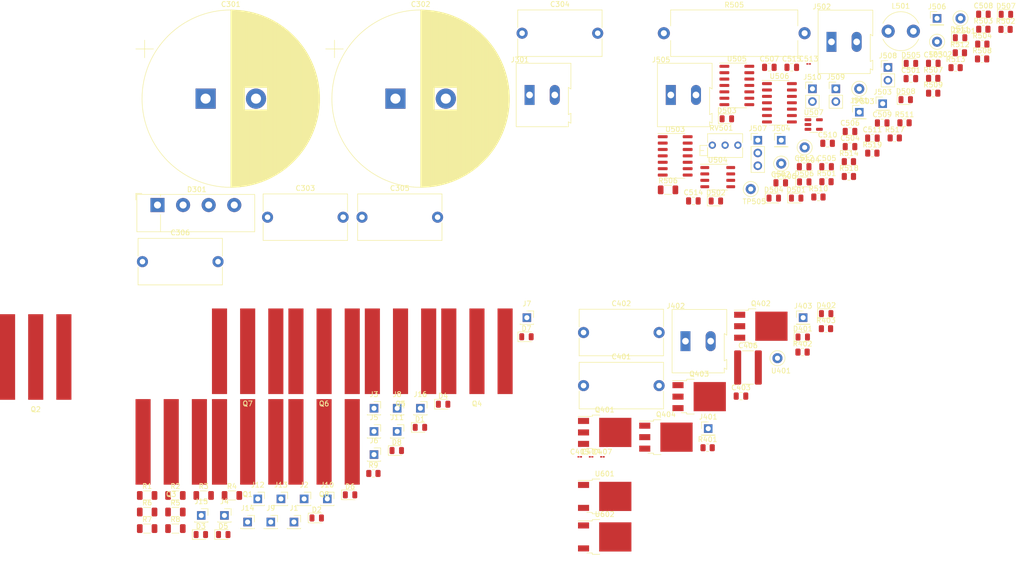
<source format=kicad_pcb>
(kicad_pcb (version 20211014) (generator pcbnew)
  (layers (0 "F.Cu" signal) (31 "B.Cu" signal) (34 "B.Paste" user) (35 "F.Paste" user) (36 "B.SilkS" user "B.Silkscreen") (37 "F.SilkS" user "F.Silkscreen") (38 "B.Mask" user) (39 "F.Mask" user) (44 "Edge.Cuts" user))
  (net 0 "")
  (net 1 "Vbus+")
  (net 2 "VCC")
  (net 3 "GND")
  (net 4 "+9V")
  (net 5 "Net-(C404-Pad1)")
  (net 6 "Net-(C404-Pad2)")
  (net 7 "Net-(C405-Pad1)")
  (net 8 "Net-(C405-Pad2)")
  (net 9 "Net-(C406-Pad1)")
  (net 10 "Net-(C406-Pad2)")
  (net 11 "Net-(C407-Pad1)")
  (net 12 "+5V")
  (net 13 "Net-(C502-Pad2)")
  (net 14 "Net-(C508-Pad1)")
  (net 15 "Net-(C509-Pad1)")
  (net 16 "Net-(C509-Pad2)")
  (net 17 "Net-(C511-Pad2)")
  (net 18 "LED_overcurrent")
  (net 19 "Net-(C513-Pad1)")
  (net 20 "Net-(C514-Pad1)")
  (net 21 "Net-(C514-Pad2)")
  (net 22 "Net-(C515-Pad1)")
  (net 23 "Inverte_out1")
  (net 24 "Inverte_out2")
  (net 25 "Net-(D301-Pad2)")
  (net 26 "Net-(D301-Pad3)")
  (net 27 "Net-(D501-Pad2)")
  (net 28 "Net-(D503-Pad2)")
  (net 29 "LED_inteep")
  (net 30 "Net-(D505-Pad2)")
  (net 31 "Net-(D506-Pad2)")
  (net 32 "Net-(D507-Pad2)")
  (net 33 "Vbus-")
  (net 34 "Net-(J402-Pad2)")
  (net 35 "Net-(D1-Pad1)")
  (net 36 "Net-(D1-Pad2)")
  (net 37 "GDT_INB")
  (net 38 "GDT_INA")
  (net 39 "Net-(J507-Pad1)")
  (net 40 "Net-(D2-Pad1)")
  (net 41 "Net-(R501-Pad2)")
  (net 42 "Net-(R502-Pad1)")
  (net 43 "Net-(R504-Pad1)")
  (net 44 "Net-(R513-Pad2)")
  (net 45 "Net-(U503-Pad4)")
  (net 46 "Net-(U503-Pad8)")
  (net 47 "Net-(U503-Pad10)")
  (net 49 "Net-(U504-Pad5)")
  (net 50 "Net-(U505-Pad5)")
  (net 53 "Net-(U505-Pad9)")
  (net 55 "Net-(D2-Pad2)")
  (net 56 "Net-(D3-Pad1)")
  (net 57 "Net-(D3-Pad2)")
  (net 58 "Net-(D4-Pad1)")
  (net 59 "Net-(D4-Pad2)")
  (net 60 "Net-(D5-Pad1)")
  (net 61 "Net-(D5-Pad2)")
  (net 62 "Net-(D6-Pad1)")
  (net 63 "Net-(D6-Pad2)")
  (net 64 "Net-(D7-Pad1)")
  (net 65 "Net-(D7-Pad2)")
  (net 66 "Net-(D8-Pad1)")
  (net 67 "Net-(D8-Pad2)")
  (net 68 "Net-(D511-Pad1)")
  (net 69 "Net-(J507-Pad3)")
  (net 70 "Net-(J510-Pad1)")
  (net 71 "Net-(J510-Pad2)")
  (net 72 "Net-(C601-Pad2)")
  (footprint "Diode_SMD:D_0805_2012Metric" (layer "F.Cu") (at 209.755 111.53)
    (fp_text reference "D8" (at 0 -1.65) (layer "F.SilkS"))
    (fp_text value "D")
    (pad "1" smd roundrect (at -0.9375 0) (size 0.975 1.4) (layers "F.Cu" "F.Paste" "F.Mask") (net 66 "Net-(D8-Pad1)"))
    (pad "2" smd roundrect (at 0.9375 0) (size 0.975 1.4) (layers "F.Cu" "F.Paste" "F.Mask") (net 67 "Net-(D8-Pad2)"))
  )
  (footprint "Capacitor_THT:C_Rect_L16.5mm_W9.0mm_P15.00mm_MKT" (layer "F.Cu") (at 234.635 28.625)
    (fp_text reference "C304" (at 7.5 -5.75) (layer "F.SilkS"))
    (fp_text value "4.7u")
    (pad "1" thru_hole circle (at 0 0) (size 2.2 2.2) (drill 1.1) (layers *.Cu *.Mask) (net 1 "Vbus+"))
    (pad "2" thru_hole circle (at 15 0) (size 2.2 2.2) (drill 1.1) (layers *.Cu *.Mask) (net 33 "Vbus-"))
  )
  (footprint "Resistor_SMD:R_0805_2012Metric" (layer "F.Cu") (at 316.225 40.535)
    (fp_text reference "R509" (at 0 -1.65) (layer "F.SilkS"))
    (fp_text value "1k")
    (pad "1" smd roundrect (at -0.9125 0) (size 1.025 1.4) (layers "F.Cu" "F.Paste" "F.Mask") (roundrect_rratio 0.243902) (net 12 "+5V"))
    (pad "2" smd roundrect (at 0.9125 0) (size 1.025 1.4) (layers "F.Cu" "F.Paste" "F.Mask") (roundrect_rratio 0.243902) (net 18 "LED_overcurrent"))
  )
  (footprint "Resistor_SMD:R_1206_3216Metric" (layer "F.Cu") (at 171.425 120.455)
    (fp_text reference "R3" (at 0 -1.82) (layer "F.SilkS"))
    (fp_text value "5.1")
    (pad "1" smd roundrect (at -1.4625 0) (size 1.125 1.75) (layers "F.Cu" "F.Paste" "F.Mask") (roundrect_rratio 0.222222) (net 56 "Net-(D3-Pad1)"))
    (pad "2" smd roundrect (at 1.4625 0) (size 1.125 1.75) (layers "F.Cu" "F.Paste" "F.Mask") (roundrect_rratio 0.222222) (net 57 "Net-(D3-Pad2)"))
  )
  (footprint "Package_TO_SOT_SMD:TO-3P-SideMount" (layer "F.Cu") (at 195.328 109.81)
    (fp_text reference "Q8" (at 0 10.414 unlocked) (layer "F.SilkS"))
    (fp_text value "Q_NMOS_GDS")
    (pad "1" smd rect (at -5.588 0) (size 3 17) (layers "F.Cu" "F.Paste" "F.Mask") (net 67 "Net-(D8-Pad2)"))
    (pad "2" smd rect (at 0 0) (size 3 17) (layers "F.Cu" "F.Paste" "F.Mask") (net 24 "Inverte_out2"))
    (pad "3" smd rect (at 5.588 0) (size 3 17) (layers "F.Cu" "F.Paste" "F.Mask") (net 33 "Vbus-"))
  )
  (footprint "Resistor_SMD:R_0805_2012Metric" (layer "F.Cu") (at 294.945 87.325)
    (fp_text reference "R403" (at 0 -1.65) (layer "F.SilkS"))
    (fp_text value "15")
    (pad "1" smd roundrect (at -0.9125 0) (size 1.025 1.4) (layers "F.Cu" "F.Paste" "F.Mask") (roundrect_rratio 0.243902) (net 9 "Net-(C406-Pad1)"))
    (pad "2" smd roundrect (at 0.9125 0) (size 1.025 1.4) (layers "F.Cu" "F.Paste" "F.Mask") (roundrect_rratio 0.243902) (net 11 "Net-(C407-Pad1)"))
  )
  (footprint "Capacitor_SMD:C_01005_0402Metric" (layer "F.Cu") (at 248.325 112.785)
    (fp_text reference "C404" (at 0 -1) (layer "F.SilkS"))
    (fp_text value "1u")
    (pad "1" smd roundrect (at -0.25 0) (size 0.4 0.3) (layers "F.Cu" "F.Mask") (net 5 "Net-(C404-Pad1)"))
    (pad "2" smd roundrect (at 0.25 0) (size 0.4 0.3) (layers "F.Cu" "F.Mask") (net 6 "Net-(C404-Pad2)"))
  )
  (footprint "Capacitor_SMD:C_0805_2012Metric" (layer "F.Cu") (at 288.155 35.405)
    (fp_text reference "C515" (at 0 -1.68) (layer "F.SilkS"))
    (fp_text value "10n")
    (pad "1" smd roundrect (at -0.95 0) (size 1 1.45) (layers "F.Cu" "F.Paste" "F.Mask") (net 22 "Net-(C515-Pad1)"))
    (pad "2" smd roundrect (at 0.95 0) (size 1 1.45) (layers "F.Cu" "F.Paste" "F.Mask") (net 3 "GND"))
  )
  (footprint "Resistor_SMD:R_0805_2012Metric" (layer "F.Cu") (at 325.935 33.735)
    (fp_text reference "R508" (at 0 -1.65) (layer "F.SilkS"))
    (fp_text value "1k")
    (pad "1" smd roundrect (at -0.9125 0) (size 1.025 1.4) (layers "F.Cu" "F.Paste" "F.Mask") (roundrect_rratio 0.243902) (net 17 "Net-(C511-Pad2)"))
    (pad "2" smd roundrect (at 0.9125 0) (size 1.025 1.4) (layers "F.Cu" "F.Paste" "F.Mask") (roundrect_rratio 0.243902) (net 32 "Net-(D507-Pad2)"))
  )
  (footprint "Capacitor_SMD:C_0805_2012Metric" (layer "F.Cu") (at 295.065 55.145)
    (fp_text reference "C505" (at 0 -1.68) (layer "F.SilkS"))
    (fp_text value "100n")
    (pad "1" smd roundrect (at -0.95 0) (size 1 1.45) (layers "F.Cu" "F.Paste" "F.Mask") (net 3 "GND"))
    (pad "2" smd roundrect (at 0.95 0) (size 1 1.45) (layers "F.Cu" "F.Paste" "F.Mask") (net 12 "+5V"))
  )
  (footprint "Diode_SMD:D_0805_2012Metric" (layer "F.Cu") (at 284.585 61.38)
    (fp_text reference "D504" (at 0 -1.65) (layer "F.SilkS"))
    (fp_text value "MBR0530")
    (pad "1" smd roundrect (at -0.9375 0) (size 0.975 1.4) (layers "F.Cu" "F.Paste" "F.Mask") (net 28 "Net-(D503-Pad2)"))
    (pad "2" smd roundrect (at 0.9375 0) (size 0.975 1.4) (layers "F.Cu" "F.Paste" "F.Mask") (net 3 "GND"))
  )
  (footprint "Connector_PinHeader_2.54mm:PinHeader_1x01_P2.54mm_Vertical" (layer "F.Cu") (at 290.415 85.135)
    (fp_text reference "J403" (at 0 -2.33) (layer "F.SilkS"))
    (fp_text value "Conn_01x01_Female")
    (pad "1" thru_hole rect (at 0 0) (size 1.7 1.7) (drill 1) (layers *.Cu *.Mask) (net 34 "Net-(J402-Pad2)"))
  )
  (footprint "Resistor_SMD:R_1206_3216Metric" (layer "F.Cu") (at 165.815 120.455)
    (fp_text reference "R2" (at 0 -1.82) (layer "F.SilkS"))
    (fp_text value "5.1")
    (pad "1" smd roundrect (at -1.4625 0) (size 1.125 1.75) (layers "F.Cu" "F.Paste" "F.Mask") (roundrect_rratio 0.222222) (net 40 "Net-(D2-Pad1)"))
    (pad "2" smd roundrect (at 1.4625 0) (size 1.125 1.75) (layers "F.Cu" "F.Paste" "F.Mask") (roundrect_rratio 0.222222) (net 55 "Net-(D2-Pad2)"))
  )
  (footprint "Resistor_SMD:R_0805_2012Metric" (layer "F.Cu") (at 321.525 32.515)
    (fp_text reference "R512" (at 0 -1.65) (layer "F.SilkS"))
    (fp_text value "470")
    (pad "1" smd roundrect (at -0.9125 0) (size 1.025 1.4) (layers "F.Cu" "F.Paste" "F.Mask") (roundrect_rratio 0.243902) (net 19 "Net-(C513-Pad1)"))
    (pad "2" smd roundrect (at 0.9125 0) (size 1.025 1.4) (layers "F.Cu" "F.Paste" "F.Mask") (roundrect_rratio 0.243902) (net 3 "GND"))
  )
  (footprint "Resistor_SMD:R_0805_2012Metric" (layer "F.Cu") (at 293.445 61.165)
    (fp_text reference "R510" (at 0 -1.65) (layer "F.SilkS"))
    (fp_text value "1k")
    (pad "1" smd roundrect (at -0.9125 0) (size 1.025 1.4) (layers "F.Cu" "F.Paste" "F.Mask") (roundrect_rratio 0.243902) (net 3 "GND"))
    (pad "2" smd roundrect (at 0.9125 0) (size 1.025 1.4) (layers "F.Cu" "F.Paste" "F.Mask") (roundrect_rratio 0.243902) (net 29 "LED_inteep"))
  )
  (footprint "Connector_PinHeader_2.54mm:PinHeader_1x02_P2.54mm_Vertical" (layer "F.Cu") (at 307.245 35.425)
    (fp_text reference "J508" (at 0 -2.33) (layer "F.SilkS"))
    (fp_text value "Conn_01x02_Male")
    (pad "1" thru_hole rect (at 0 0) (size 1.7 1.7) (drill 1) (layers *.Cu *.Mask) (net 37 "GDT_INB"))
    (pad "2" thru_hole oval (at 0 2.54) (size 1.7 1.7) (drill 1) (layers *.Cu *.Mask) (net 38 "GDT_INA"))
  )
  (footprint "Capacitor_SMD:C_0805_2012Metric" (layer "F.Cu") (at 299.715 48.145)
    (fp_text reference "C506" (at 0 -1.68) (layer "F.SilkS"))
    (fp_text value "100n")
    (pad "1" smd roundrect (at -0.95 0) (size 1 1.45) (layers "F.Cu" "F.Paste" "F.Mask") (net 12 "+5V"))
    (pad "2" smd roundrect (at 0.95 0) (size 1 1.45) (layers "F.Cu" "F.Paste" "F.Mask") (net 3 "GND"))
  )
  (footprint "Connector_PinSocket_2.54mm:PinSocket_1x01_P2.54mm_Vertical" (layer "F.Cu") (at 205.235 103.135)
    (fp_text reference "J3" (at 0 -2.77) (layer "F.SilkS"))
    (fp_text value "Conn_01x01_Female")
    (pad "1" thru_hole rect (at 0 0) (size 1.7 1.7) (drill 1) (layers *.Cu *.Mask) (net 23 "Inverte_out1"))
  )
  (footprint "TestPoint:TestPoint_Loop_D2.50mm_Drill1.0mm" (layer "F.Cu") (at 285.315 93.185)
    (fp_text reference "U401" (at 0.7 2.5) (layer "F.SilkS"))
    (fp_text value "UCC27524")
    (pad "1" thru_hole circle (at 0 0) (size 2 2) (drill 1) (layers *.Cu *.Mask) (net 4 "+9V"))
  )
  (footprint "Capacitor_SMD:C_0805_2012Metric" (layer "F.Cu") (at 290.615 55.145)
    (fp_text reference "C512" (at 0 -1.68) (layer "F.SilkS"))
    (fp_text value "10n")
    (pad "1" smd roundrect (at -0.95 0) (size 1 1.45) (layers "F.Cu" "F.Paste" "F.Mask") (net 18 "LED_overcurrent"))
    (pad "2" smd roundrect (at 0.95 0) (size 1 1.45) (layers "F.Cu" "F.Paste" "F.Mask") (net 3 "GND"))
  )
  (footprint "Capacitor_THT:CP_Radial_D35.0mm_P10.00mm_SnapIn" (layer "F.Cu") (at 209.494002 41.625)
    (fp_text reference "C302" (at 5 -18.75) (layer "F.SilkS"))
    (fp_text value "480u")
    (pad "1" thru_hole rect (at 0 0) (size 4 4) (drill 2) (layers *.Cu *.Mask) (net 1 "Vbus+"))
    (pad "2" thru_hole circle (at 10 0) (size 4 4) (drill 2) (layers *.Cu *.Mask) (net 33 "Vbus-"))
  )
  (footprint "Resistor_SMD:R_0805_2012Metric" (layer "F.Cu") (at 290.295 91.975)
    (fp_text reference "R402" (at 0 -1.65) (layer "F.SilkS"))
    (fp_text value "1k")
    (pad "1" smd roundrect (at -0.9125 0) (size 1.025 1.4) (layers "F.Cu" "F.Paste" "F.Mask") (roundrect_rratio 0.243902) (net 2 "VCC"))
    (pad "2" smd roundrect (at 0.9125 0) (size 1.025 1.4) (layers "F.Cu" "F.Paste" "F.Mask") (roundrect_rratio 0.243902) (net 7 "Net-(C405-Pad1)"))
  )
  (footprint "Diode_SMD:D_0805_2012Metric" (layer "F.Cu") (at 200.485 120.33)
    (fp_text reference "D6" (at 0 -1.65) (layer "F.SilkS"))
    (fp_text value "D")
    (pad "1" smd roundrect (at -0.9375 0) (size 0.975 1.4) (layers "F.Cu" "F.Paste" "F.Mask") (net 62 "Net-(D6-Pad1)"))
    (pad "2" smd roundrect (at 0.9375 0) (size 0.975 1.4) (layers "F.Cu" "F.Paste" "F.Mask") (net 63 "Net-(D6-Pad2)"))
  )
  (footprint "TerminalBlock:TerminalBlock_Altech_AK300-2_P5.00mm" (layer "F.Cu") (at 236.115 40.895)
    (fp_text reference "J301" (at -1.92 -6.99) (layer "F.SilkS"))
    (fp_text value "Screw_Terminal_01x02")
    (pad "1" thru_hole rect (at 0 0) (size 1.98 3.96) (drill 1.32) (layers *.Cu *.Mask) (net 26 "Net-(D301-Pad3)"))
    (pad "2" thru_hole oval (at 5 0) (size 1.98 3.96) (drill 1.32) (layers *.Cu *.Mask) (net 25 "Net-(D301-Pad2)"))
  )
  (footprint "Package_TO_SOT_SMD:TO-3P-SideMount" (layer "F.Cu") (at 164.988 109.81)
    (fp_text reference "Q3" (at 0 10.414 unlocked) (layer "F.SilkS"))
    (fp_text value "Q_NMOS_GDS")
    (pad "1" smd rect (at -5.588 0) (size 3 17) (layers "F.Cu" "F.Paste" "F.Mask") (net 57 "Net-(D3-Pad2)"))
    (pad "2" smd rect (at 0 0) (size 3 17) (layers "F.Cu" "F.Paste" "F.Mask") (net 1 "Vbus+"))
    (pad "3" smd rect (at 5.588 0) (size 3 17) (layers "F.Cu" "F.Paste" "F.Mask") (net 23 "Inverte_out1"))
  )
  (footprint "Diode_SMD:D_0805_2012Metric" (layer "F.Cu") (at 289.035 61.38)
    (fp_text reference "D501" (at 0 -1.65) (layer "F.SilkS"))
    (fp_text value "MBR0530")
    (pad "1" smd roundrect (at -0.9375 0) (size 0.975 1.4) (layers "F.Cu" "F.Paste" "F.Mask") (net 14 "Net-(C508-Pad1)"))
    (pad "2" smd roundrect (at 0.9375 0) (size 0.975 1.4) (layers "F.Cu" "F.Paste" "F.Mask") (net 27 "Net-(D501-Pad2)"))
  )
  (footprint "Package_TO_SOT_SMD:TO-3P-SideMount" (layer "F.Cu") (at 138.088 92.95)
    (fp_text reference "Q2" (at 0 10.414 unlocked) (layer "F.SilkS"))
    (fp_text value "Q_NMOS_GDS")
    (pad "1" smd rect (at -5.588 0) (size 3 17) (layers "F.Cu" "F.Paste" "F.Mask") (net 55 "Net-(D2-Pad2)"))
    (pad "2" smd rect (at 0 0) (size 3 17) (layers "F.Cu" "F.Paste" "F.Mask") (net 23 "Inverte_out1"))
    (pad "3" smd rect (at 5.588 0) (size 3 17) (layers "F.Cu" "F.Paste" "F.Mask") (net 33 "Vbus-"))
  )
  (footprint "Capacitor_SMD:C_0805_2012Metric" (layer "F.Cu") (at 306.105 46.455)
    (fp_text reference "C509" (at 0 -1.68) (layer "F.SilkS"))
    (fp_text value "150p")
    (pad "1" smd roundrect (at -0.95 0) (size 1 1.45) (layers "F.Cu" "F.Paste" "F.Mask") (net 15 "Net-(C509-Pad1)"))
    (pad "2" smd roundrect (at 0.95 0) (size 1 1.45) (layers "F.Cu" "F.Paste" "F.Mask") (net 16 "Net-(C509-Pad2)"))
  )
  (footprint "Resistor_SMD:R_0805_2012Metric" (layer "F.Cu") (at 326.175 27.835)
    (fp_text reference "R503" (at 0 -1.65) (layer "F.SilkS"))
    (fp_text value "5.1")
    (pad "1" smd roundrect (at -0.9125 0) (size 1.025 1.4) (layers "F.Cu" "F.Paste" "F.Mask") (roundrect_rratio 0.243902) (net 14 "Net-(C508-Pad1)"))
    (pad "2" smd roundrect (at 0.9125 0) (size 1.025 1.4) (layers "F.Cu" "F.Paste" "F.Mask") (roundrect_rratio 0.243902) (net 3 "GND"))
  )
  (footprint "Connector_PinSocket_2.54mm:PinSocket_1x01_P2.54mm_Vertical" (layer "F.Cu") (at 235.575 85.135)
    (fp_text reference "J7" (at 0 -2.77) (layer "F.SilkS"))
    (fp_text value "Conn_01x01_Female")
    (pad "1" thru_hole rect (at 0 0) (size 1.7 1.7) (drill 1) (layers *.Cu *.Mask) (net 56 "Net-(D3-Pad1)"))
  )
  (footprint "Connector_PinHeader_2.54mm:PinHeader_1x01_P2.54mm_Vertical" (layer "F.Cu") (at 301.555 44.315)
    (fp_text reference "J501" (at 0 -2.33) (layer "F.SilkS"))
    (fp_text value "Conn_01x01_Female")
    (pad "1" thru_hole rect (at 0 0) (size 1.7 1.7) (drill 1) (layers *.Cu *.Mask) (net 27 "Net-(D501-Pad2)"))
  )
  (footprint "Resistor_SMD:R_0805_2012Metric" (layer "F.Cu") (at 320.675 35.465)
    (fp_text reference "R513" (at 0 -1.65) (layer "F.SilkS"))
    (fp_text value "1k")
    (pad "1" smd roundrect (at -0.9125 0) (size 1.025 1.4) (layers "F.Cu" "F.Paste" "F.Mask") (roundrect_rratio 0.243902) (net 12 "+5V"))
    (pad "2" smd roundrect (at 0.9125 0) (size 1.025 1.4) (layers "F.Cu" "F.Paste" "F.Mask") (roundrect_rratio 0.243902) (net 44 "Net-(R513-Pad2)"))
  )
  (footprint "Connector_PinHeader_2.54mm:PinHeader_1x01_P2.54mm_Vertical" (layer "F.Cu") (at 286.065 49.875)
    (fp_text reference "J504" (at 0 -2.33) (layer "F.SilkS"))
    (fp_text value "Conn_01x01_Female")
    (pad "1" thru_hole rect (at 0 0) (size 1.7 1.7) (drill 1) (layers *.Cu *.Mask) (net 15 "Net-(C509-Pad1)"))
  )
  (footprint "Resistor_SMD:R_0805_2012Metric" (layer "F.Cu") (at 330.585 27.865)
    (fp_text reference "R502" (at 0 -1.65) (layer "F.SilkS"))
    (fp_text value "1k")
    (pad "1" smd roundrect (at -0.9125 0) (size 1.025 1.4) (layers "F.Cu" "F.Paste" "F.Mask") (roundrect_rratio 0.243902) (net 42 "Net-(R502-Pad1)"))
    (pad "2" smd roundrect (at 0.9125 0) (size 1.025 1.4) (layers "F.Cu" "F.Paste" "F.Mask") (roundrect_rratio 0.243902) (net 3 "GND"))
  )
  (footprint "Inductor_THT:L_Radial_D7.5mm_P5.00mm_Fastron_07P" (layer "F.Cu") (at 307.295 28.225)
    (fp_text reference "L501" (at 2.5 -5) (layer "F.SilkS"))
    (fp_text value "L_Trim")
    (pad "1" thru_hole circle (at 0 0) (size 2.6 2.6) (drill 1.3) (layers *.Cu *.Mask) (net 39 "Net-(J507-Pad1)"))
    (pad "2" thru_hole circle (at 5 0) (size 2.6 2.6) (drill 1.3) (layers *.Cu *.Mask) (net 69 "Net-(J507-Pad3)"))
  )
  (footprint "Resistor_SMD:R_1206_3216Metric" (layer "F.Cu") (at 160.205 127.035)
    (fp_text reference "R7" (at 0 -1.82) (layer "F.SilkS"))
    (fp_text value "5.1")
    (pad "1" smd roundrect (at -1.4625 0) (size 1.125 1.75) (layers "F.Cu" "F.Paste" "F.Mask") (roundrect_rratio 0.222222) (net 64 "Net-(D7-Pad1)"))
    (pad "2" smd roundrect (at 1.4625 0) (size 1.125 1.75) (layers "F.Cu" "F.Paste" "F.Mask") (roundrect_rratio 0.222222) (net 65 "Net-(D7-Pad2)"))
  )
  (footprint "Package_TO_SOT_SMD:TO-252-2" (layer "F.Cu") (at 251.025 120.645)
    (fp_text reference "U601" (at 0 -4.5) (layer "F.SilkS"))
    (fp_text value "L7809")
    (pad "1" smd rect (at -4.2 -2.28) (size 2.2 1.2) (layers "F.Cu" "F.Paste" "F.Mask") (net 2 "VCC"))
    (pad "2" smd rect (at 2.1 0) (size 6.4 5.8) (layers "F.Cu" "F.Mask") (net 72 "Net-(C601-Pad2)"))
    (pad "3" smd rect (at -4.2 2.28) (size 2.2 1.2) (layers "F.Cu" "F.Paste" "F.Mask") (net 4 "+9V"))
  )
  (footprint "Resistor_SMD:R_1206_3216Metric" (layer "F.Cu") (at 160.205 120.455)
    (fp_text reference "R1" (at 0 -1.82) (layer "F.SilkS"))
    (fp_text value "5.1")
    (pad "1" smd roundrect (at -1.4625 0) (size 1.125 1.75) (layers "F.Cu" "F.Paste" "F.Mask") (roundrect_rratio 0.222222) (net 35 "Net-(D1-Pad1)"))
    (pad "2" smd roundrect (at 1.4625 0) (size 1.125 1.75) (layers "F.Cu" "F.Paste" "F.Mask") (roundrect_rratio 0.222222) (net 36 "Net-(D1-Pad2)"))
  )
  (footprint "Resistor_SMD:R_0805_2012Metric" (layer "F.Cu") (at 325.975 30.785)
    (fp_text reference "R504" (at 0 -1.65) (layer "F.SilkS"))
    (fp_text value "1k")
    (pad "1" smd roundrect (at -0.9125 0) (size 1.025 1.4) (layers "F.Cu" "F.Paste" "F.Mask") (roundrect_rratio 0.243902) (net 43 "Net-(R504-Pad1)"))
    (pad "2" smd roundrect (at 0.9125 0) (size 1.025 1.4) (layers "F.Cu" "F.Paste" "F.Mask") (roundrect_rratio 0.243902) (net 12 "+5V"))
  )
  (footprint "Capacitor_SMD:C_0805_2012Metric" (layer "F.Cu") (at 326.195 24.855)
    (fp_text reference "C508" (at 0 -1.68) (layer "F.SilkS"))
    (fp_text value "150p")
    (pad "1" smd roundrect (at -0.95 0) (size 1 1.45) (layers "F.Cu" "F.Paste" "F.Mask") (net 14 "Net-(C508-Pad1)"))
    (pad "2" smd roundrect (at 0.95 0) (size 1 1.45) (layers "F.Cu" "F.Paste" "F.Mask") (net 3 "GND"))
  )
  (footprint "Connector_PinSocket_2.54mm:PinSocket_1x01_P2.54mm_Vertical" (layer "F.Cu") (at 184.745 125.735)
    (fp_text reference "J9" (at 0 -2.77) (layer "F.SilkS"))
    (fp_text value "Conn_01x01_Female")
    (pad "1" thru_hole rect (at 0 0) (size 1.7 1.7) (drill 1) (layers *.Cu *.Mask) (net 60 "Net-(D5-Pad1)"))
  )
  (footprint "Capacitor_SMD:C_01005_0402Metric" (layer "F.Cu") (at 291.505 34.725)
    (fp_text reference "C513" (at 0 -1) (layer "F.SilkS"))
    (fp_text value "1u")
    (pad "1" smd roundrect (at -0.25 0) (size 0.4 0.3) (layers "F.Cu" "F.Mask") (net 19 "Net-(C513-Pad1)"))
    (pad "2" smd roundrect (at 0.25 0) (size 0.4 0.3) (layers "F.Cu" "F.Mask") (net 3 "GND"))
  )
  (footprint "Capacitor_SMD:C_01005_0402Metric" (layer "F.Cu") (at 250.575 112.785)
    (fp_text reference "C407" (at 0 -1) (layer "F.SilkS"))
    (fp_text value "1u")
    (pad "1" smd roundrect (at -0.25 0) (size 0.4 0.3) (layers "F.Cu" "F.Mask") (net 11 "Net-(C407-Pad1)"))
    (pad "2" smd roundrect (at 0.25 0) (size 0.4 0.3) (layers "F.Cu" "F.Mask") (net 10 "Net-(C406-Pad2)"))
  )
  (footprint "Diode_SMD:D_0805_2012Metric" (layer "F.Cu") (at 273.095 61.96)
    (fp_text reference "D502" (at 0 -1.65) (layer "F.SilkS"))
    (fp_text value "MBR0530")
    (pad "1" smd roundrect (at -0.9375 0) (size 0.975 1.4) (layers "F.Cu" "F.Paste" "F.Mask") (net 27 "Net-(D501-Pad2)"))
    (pad "2" smd roundrect (at 0.9375 0) (size 0.975 1.4) (layers "F.Cu" "F.Paste" "F.Mask") (net 3 "GND"))
  )
  (footprint "Resistor_SMD:R_0805_2012Metric" (layer "F.Cu") (at 205.115 116.085)
    (fp_text reference "R9" (at 0 -1.65) (layer "F.SilkS"))
    (fp_text value "5.1k")
    (pad "1" smd roundrect (at -0.9125 0) (size 1.025 1.4) (layers "F.Cu" "F.Paste" "F.Mask") (roundrect_rratio 0.243902) (net 24 "Inverte_out2"))
    (pad "2" smd roundrect (at 0.9125 0) (size 1.025 1.4) (layers "F.Cu" "F.Paste" "F.Mask") (roundrect_rratio 0.243902) (net 23 "Inverte_out1"))
  )
  (footprint "Package_SO:SO-14_3.9x8.65mm_P1.27mm" (layer "F.Cu") (at 285.705 42.445)
    (fp_text reference "U506" (at 0 -5.28) (layer "F.SilkS"))
    (fp_text value "74LS00")
    (pad "1" smd roundrect (at -2.475 -3.81) (size 1.95 0.6) (layers "F.Cu" "F.Paste" "F.Mask") (net 46 "Net-(U503-Pad8)"))
    (pad "2" smd roundrect (at -2.475 -2.54) (size 1.95 0.6) (layers "F.Cu" "F.Paste" "F.Mask") (net 53 "Net-(U505-Pad9)"))
    (pad "3" smd roundrect (at -2.475 -1.27) (size 1.95 0.6) (layers "F.Cu" "F.Paste" "F.Mask") (net 71 "Net-(J510-Pad2)"))
    (pad "4" smd roundrect (at -2.475 0) (size 1.95 0.6) (layers "F.Cu" "F.Paste" "F.Mask") (net 21 "Net-(C514-Pad2)"))
    (pad "5" smd roundrect (at -2.475 1.27) (size 1.95 0.6) (layers "F.Cu" "F.Paste" "F.Mask") (net 53 "Net-(U505-Pad9)"))
    (pad "6" smd roundrect (at -2.475 2.54) (size 1.95 0.6) (layers "F.Cu" "F.Paste" "F.Mask") (net 70 "Net-(J510-Pad1)"))
    (pad "7" smd roundrect (at -2.475 3.81) (size 1.95 0.6) (layers "F.Cu" "F.Paste" "F.Mask") (net 3 "GND"))
    (pad "8" smd roundrect (at 2.475 3.81) (size 1.95 0.6) (layers "F.Cu" "F.Paste" "F.Mask") (net 68 "Net-(D511-Pad1)"))
    (pad "9" smd roundrect (at 2.475 2.54) (size 1.95 0.6) (layers "F.Cu" "F.Paste" "F.Mask") (net 29 "LED_inteep"))
    (pad "10" smd roundrect (at 2.475 1.27) (size 1.95 0.6) (layers "F.Cu" "F.Paste" "F.Mask") (net 50 "Net-(U505-Pad5)"))
    (pad "11" smd roundrect (at 2.475 0) (size 1.95 0.6) (layers "F.Cu" "F.Paste" "F.Mask"))
    (pad "12" smd roundrect (at 2.475 -1.27) (size 1.95 0.6) (layers "F.Cu" "F.Paste" "F.Mask") (net 3 "GND"))
    (pad "13" smd roundrect (at 2.475 -2.54) (size 1.95 0.6) (layers "F.Cu" "F.Paste" "F.Mask") (net 3 "GND"))
    (pad "14" smd roundrect (at 2.475 -3.81) (size 1.95 0.6) (layers "F.Cu" "F.Paste" "F.Mask") (net 12 "+5V"))
  )
  (footprint "Potentiometer_THT:Potentiometer_Bourns_3266Z_Horizontal" (layer "F.Cu") (at 277.465 50.865)
    (fp_text reference "RV501" (at -3.3 -3.41) (layer "F.SilkS"))
    (fp_text value "19k")
    (pad "1" thru_hole circle (at 0 0) (size 1.44 1.44) (drill 0.8) (layers *.Cu *.Mask) (net 43 "Net-(R504-Pad1)"))
    (pad "2" thru_hole circle (at -2.54 0) (size 1.44 1.44) (drill 0.8) (layers *.Cu *.Mask) (net 13 "Net-(C502-Pad2)"))
    (pad "3" thru_hole circle (at -5.08 0) (size 1.44 1.44) (drill 0.8) (layers *.Cu *.Mask) (net 3 "GND"))
  )
  (footprint "Capacitor_THT:C_Rect_L16.5mm_W9.0mm_P15.00mm_MKT" (layer "F.Cu") (at 184.105 65.175)
    (fp_text reference "C303" (at 7.5 -5.75) (layer "F.SilkS"))
    (fp_text value "4.7u")
    (pad "1" thru_hole circle (at 0 0) (size 2.2 2.2) (drill 1.1) (layers *.Cu *.Mask) (net 1 "Vbus+"))
    (pad "2" thru_hole circle (at 15 0) (size 2.2 2.2) (drill 1.1) (layers *.Cu *.Mask) (net 33 "Vbus-"))
  )
  (footprint "Connector_PinSocket_2.54mm:PinSocket_1x01_P2.54mm_Vertical" (layer "F.Cu") (at 186.765 121.135)
    (fp_text reference "J13" (at 0 -2.77) (layer "F.SilkS"))
    (fp_text value "Conn_01x01_Female")
    (pad "1" thru_hole rect (at 0 0) (size 1.7 1.7) (drill 1) (layers *.Cu *.Mask) (net 33 "Vbus-"))
  )
  (footprint "Package_TO_SOT_SMD:TO-252-3_TabPin2" (layer "F.Cu") (at 269.775 100.825)
    (fp_text reference "Q403" (at 0 -4.5) (layer "F.SilkS"))
    (fp_text value "Q_PMOS_GDS")
    (pad "1" smd rect (at -4.2 -2.28) (size 2.2 1.2) (layers "F.Cu" "F.Paste" "F.Mask") (net 7 "Net-(C405-Pad1)"))
    (pad "2" smd rect (at -4.2 0) (size 2.2 1.2) (layers "F.Cu" "F.Paste" "F.Mask") (net 34 "Net-(J402-Pad2)"))
    (pad "2" smd rect (at 2.1 0) (size 6.4 5.8) (layers "F.Cu" "F.Mask") (net 34 "Net-(J402-Pad2)"))
    (pad "3" smd rect (at -4.2 2.28) (size 2.2 1.2) (layers "F.Cu" "F.Paste" "F.Mask") (net 2 "VCC"))
  )
  (footprint "TestPoint:TestPoint_Loop_D2.50mm_Drill1.0mm" (layer "F.Cu") (at 286.065 54.525)
    (fp_text reference "TP506" (at 0.7 2.5) (layer "F.SilkS"))
    (fp_text value "TestPoint")
    (pad "1" thru_hole circle (at 0 0) (size 2 2) (drill 1) (layers *.Cu *.Mask) (net 21 "Net-(C514-Pad2)"))
  )
  (footprint "Diode_SMD:D_0805_2012Metric" (layer "F.Cu") (at 290.635 58.17)
    (fp_text reference "D506" (at 0 -1.65) (layer "F.SilkS"))
    (fp_text value "LL4148")
    (pad "1" smd roundrect (at -0.9375 0) (size 0.975 1.4) (layers "F.Cu" "F.Paste" "F.Mask") (net 29 "LED_inteep"))
    (pad "2" smd roundrect (at 0.9375 0) (size 0.975 1.4) (layers "F.Cu" "F.Paste" "F.Mask") (net 31 "Net-(D506-Pad2)"))
  )
  (footprint "TestPoint:TestPoint_Loop_D2.50mm_Drill1.0mm" (layer "F.Cu") (at 321.645 25.675)
    (fp_text reference "TP501" (at 0.7 2.5) (layer "F.SilkS"))
    (fp_text value "TestPoint")
    (pad "1" thru_hole circle (at 0 0) (size 2 2) (drill 1) (layers *.Cu *.Mask) (net 13 "Net-(C502-Pad2)"))
  )
  (footprint "Connector_PinSocket_2.54mm:PinSocket_1x01_P2.54mm_Vertical" (layer "F.Cu") (at 189.345 125.735)
    (fp_text reference "J1" (at 0 -2.77) (layer "F.SilkS"))
    (fp_text value "Conn_01x01_Female")
    (pad "1" thru_hole rect (at 0 0) (size 1.7 1.7) (drill 1) (layers *.Cu *.Mask) (net 35 "Net-(D1-Pad1)"))
  )
  (footprint "Package_TO_SOT_SMD:TO-3P-SideMount" (layer "F.Cu") (at 195.328 91.81)
    (fp_text reference "Q6" (at 0 10.414 unlocked) (layer "F.SilkS"))
    (fp_text value "Q_NMOS_GDS")
    (pad "1" smd rect (at -5.588 0) (size 3 17) (layers "F.Cu" "F.Paste" "F.Mask") (net 63 "Net-(D6-Pad2)"))
    (pad "2" smd rect (at 0 0) (size 3 17) (layers "F.Cu" "F.Paste" "F.Mask") (net 24 "Inverte_out2"))
    (pad "3" smd rect (at 5.588 0) (size 3 17) (layers "F.Cu" "F.Paste" "F.Mask") (net 33 "Vbus-"))
  )
  (footprint "Capacitor_SMD:C_01005_0402Metric" (layer "F.Cu") (at 246.075 112.785)
    (fp_text reference "C405" (at 0 -1) (layer "F.SilkS"))
    (fp_text value "1u")
    (pad "1" smd roundrect (at -0.25 0) (size 0.4 0.3) (layers "F.Cu" "F.Mask") (net 7 "Net-(C405-Pad1)"))
    (pad "2" smd roundrect (at 0.25 0) (size 0.4 0.3) (layers "F.Cu" "F.Mask") (net 8 "Net-(C405-Pad2)"))
  )
  (footprint "Capacitor_SMD:C_0805_2012Metric" (layer "F.Cu") (at 316.245 34.605)
    (fp_text reference "C503" (at 0 -1.68) (layer "F.SilkS"))
    (fp_text value "100n")
    (pad "1" smd roundrect (at -0.95 0) (size 1 1.45) (layers "F.Cu" "F.Paste" "F.Mask") (net 12 "+5V"))
    (pad "2" smd roundrect (at 0.95 0) (size 1 1.45) (layers "F.Cu" "F.Paste" "F.Mask") (net 3 "GND"))
  )
  (footprint "Resistor_SMD:R_1206_3216Metric" (layer "F.Cu") (at 165.815 127.035)
    (fp_text reference "R8" (at 0 -1.82) (layer "F.SilkS"))
    (fp_text value "5.1")
    (pad "1" smd roundrect (at -1.4625 0) (size 1.125 1.75) (layers "F.Cu" "F.Paste" "F.Mask") (roundrect_rratio 0.222222) (net 66 "Net-(D8-Pad1)"))
    (pad "2" smd roundrect (at 1.4625 0) (size 1.125 1.75) (layers "F.Cu" "F.Paste" "F.Mask") (roundrect_rratio 0.222222) (net 67 "Net-(D8-Pad2)"))
  )
  (footprint "Diode_SMD:D_0805_2012Metric" (layer "F.Cu") (at 311.815 34.62)
    (fp_text reference "D505" (at 0 -1.65) (layer "F.SilkS"))
    (fp_text value "LL4148")
    (pad "1" smd roundrect (at -0.9375 0) (size 0.975 1.4) (layers "F.Cu" "F.Paste" "F.Mask") (net 29 "LED_inteep"))
    (pad "2" smd roundrect (at 0.9375 0) (size 0.975 1.4) (layers "F.Cu" "F.Paste" "F.Mask") (net 30 "Net-(D505-Pad2)"))
  )
  (footprint "Capacitor_SMD:C_0805_2012Metric" (layer "F.Cu") (at 311.795 37.645)
    (fp_text reference "C501" (at 0 -1.68) (layer "F.SilkS"))
    (fp_text value "100n")
    (pad "1" smd roundrect (at -0.95 0) (size 1 1.45) (layers "F.Cu" "F.Paste" "F.Mask") (net 12 "+5V"))
    (pad "2" smd roundrect (at 0.95 0) (size 1 1.45) (layers "F.Cu" "F.Paste" "F.Mask") (net 3 "GND"))
  )
  (footprint "Connector_PinSocket_2.54mm:PinSocket_1x01_P2.54mm_Vertical" (layer "F.Cu") (at 180.145 125.735)
    (fp_text reference "J14" (at 0 -2.77) (layer "F.SilkS"))
    (fp_text value "Conn_01x01_Female")
    (pad "1" thru_hole rect (at 0 0) (size 1.7 1.7) (drill 1) (layers *.Cu *.Mask) (net 33 "Vbus-"))
  )
  (footprint "Diode_SMD:D_0805_2012Metric" (layer "F.Cu") (at 214.355 106.93)
    (fp_text reference "D1" (at 0 -1.65) (layer "F.SilkS"))
    (fp_text value "D")
    (pad "1" smd roundrect (at -0.9375 0) (size 0.975 1.4) (layers "F.Cu" "F.Paste" "F.Mask") (net 35 "Net-(D1-Pad1)"))
    (pad "2" smd roundrect (at 0.9375 0) (size 0.975 1.4) (layers "F.Cu" "F.Paste" "F.Mask") (net 36 "Net-(D1-Pad2)"))
  )
  (footprint "Diode_SMD:D_0805_2012Metric" (layer "F.Cu") (at 175.315 128.22)
    (fp_text reference "D5" (at 0 -1.65) (layer "F.SilkS"))
    (fp_text value "D")
    (pad "1" smd roundrect (at -0.9375 0) (size 0.975 1.4) (layers "F.Cu" "F.Paste" "F.Mask") (net 60 "Net-(D5-Pad1)"))
    (pad "2" smd roundrect (at 0.9375 0) (size 0.975 1.4) (layers "F.Cu" "F.Paste" "F.Mask") (net 61 "Net-(D5-Pad2)"))
  )
  (footprint "Capacitor_SMD:C_0805_2012Metric" (layer "F.Cu") (at 285.965 58.355)
    (fp_text reference "C502" (at 0 -1.68) (layer "F.SilkS"))
    (fp_text value "100n")
    (pad "1" smd roundrect (at -0.95 0) (size 1 1.45) (layers "F.Cu" "F.Paste" "F.Mask") (net 3 "GND"))
    (pad "2" smd roundrect (at 0.95 0) (size 1 1.45) (layers "F.Cu" "F.Paste" "F.Mask") (net 13 "Net-(C502-Pad2)"))
  )
  (footprint "Package_TO_SOT_SMD:TO-252-3_TabPin2" (layer "F.Cu") (at 263.175 108.875)
    (fp_text reference "Q404" (at 0 -4.5) (layer "F.SilkS"))
    (fp_text value "Q_NMOS_GDS")
    (pad "1" smd rect (at -4.2 -2.28) (size 2.2 1.2) (layers "F.Cu" "F.Paste" "F.Mask") (net 8 "Net-(C405-Pad2)"))
    (pad "2" smd rect (at 2.1 0) (size 6.4 5.8) (layers "F.Cu" "F.Mask") (net 34 "Net-(J402-Pad2)"))
    (pad "2" smd rect (at -4.2 0) (size 2.2 1.2) (layers "F.Cu" "F.Paste" "F.Mask") (net 34 "Net-(J402-Pad2)"))
    (pad "3" smd rect (at -4.2 2.28) (size 2.2 1.2) (layers "F.Cu" "F.Paste" "F.Mask") (net 3 "GND"))
  )
  (footprint "Connector_PinHeader_2.54mm:PinHeader_1x02_P2.54mm_Vertical" (layer "F.Cu") (at 292.255 39.665)
    (fp_text reference "J510" (at 0 -2.33) (layer "F.SilkS"))
    (fp_text value "Conn_01x02_Male")
    (pad "1" thru_hole rect (at 0 0) (size 1.7 1.7) (drill 1) (layers *.Cu *.Mask) (net 70 "Net-(J510-Pad1)"))
    (pad "2" thru_hole oval (at 0 2.54) (size 1.7 1.7) (drill 1) (layers *.Cu *.Mask) (net 71 "Net-(J510-Pad2)"))
  )
  (footprint "Package_TO_SOT_SMD:TO-3P-SideMount" (layer "F.Cu") (at 180.158 91.81)
    (fp_text reference "Q7" (at 0 10.414 unlocked) (layer "F.SilkS"))
    (fp_text value "Q_NMOS_GDS")
    (pad "1" smd rect (at -5.588 0) (size 3 17) (layers "F.Cu" "F.Paste" "F.Mask") (net 65 "Net-(D7-Pad2)"))
    (pad "2" smd rect (at 0 0) (size 3 17) (layers "F.Cu" "F.Paste" "F.Mask") (net 1 "Vbus+"))
    (pad "3" smd rect (at 5.588 0) (size 3 17) (layers "F.Cu" "F.Paste" "F.Mask") (net 24 "Inverte_out2"))
  )
  (footprint "Diode_SMD:D_0805_2012Metric" (layer "F.Cu") (at 218.955 102.33)
    (fp_text reference "D4" (at 0 -1.65) (layer "F.SilkS"))
    (fp_text value "D")
    (pad "1" smd roundrect (at -0.9375 0) (size 0.975 1.4) (layers "F.Cu" "F.Paste" "F.Mask") (net 58 "Net-(D4-Pad1)"))
    (pad "2" smd roundrect (at 0.9375 0) (size 0.975 1.4) (layers "F.Cu" "F.Paste" "F.Mask") (net 59 "Net-(D4-Pad2)"))
  )
  (footprint "Resistor_SMD:R_0805_2012Metric" (layer "F.Cu") (at 295.045 58.125)
    (fp_text reference "R501" (at 0 -1.65) (layer "F.SilkS"))
    (fp_text value "1k")
    (pad "1" smd roundrect (at -0.9125 0) (size 1.025 1.4) (layers "F.Cu" "F.Paste" "F.Mask") (roundrect_rratio 0.243902) (net 12 "+5V"))
    (pad "2" smd roundrect (at 0.9125 0) (size 1.025 1.4) (layers "F.Cu" "F.Paste" "F.Mask") (roundrect_rratio 0.243902) (net 41 "Net-(R501-Pad2)"))
  )
  (footprint "TerminalBlock:TerminalBlock_Altech_AK300-2_P5.00mm" (layer "F.Cu") (at 264.145 40.895)
    (fp_text reference "J505" (at -1.92 -6.99) (layer "F.SilkS"))
    (fp_text value "Screw_Terminal_01x02")
    (pad "1" thru_hole rect (at 0 0) (size 1.98 3.96) (drill 1.32) (layers *.Cu *.Mask) (net 16 "Net-(C509-Pad2)"))
    (pad "2" thru_hole oval (at 5 0) (size 1.98 3.96) (drill 1.32) (layers *.Cu *.Mask) (net 15 "Net-(C509-Pad1)"))
  )
  (footprint "Connector_PinHeader_2.54mm:PinHeader_1x01_P2.54mm_Vertical" (layer "F.Cu") (at 316.995 25.675)
    (fp_text reference "J506" (at 0 -2.33) (layer "F.SilkS"))
    (fp_text value "Conn_01x01_Female")
    (pad "1" thru_hole rect (at 0 0) (size 1.7 1.7) (drill 1) (layers *.Cu *.Mask) (net 16 "Net-(C509-Pad2)"))
  )
  (footprint "Package_TO_SOT_SMD:TO-3P-SideMount" (layer "F.Cu") (at 210.498 91.81)
    (fp_text reference "Q5" (at 0 10.414 unlocked) (layer "F.SilkS"))
    (fp_text value "Q_NMOS_GDS")
    (pad "1" smd rect (at -5.588 0) (size 3 17) (layers "F.Cu" "F.Paste" "F.Mask") (net 61 "Net-(D5-Pad2)"))
    (pad "2" smd rect (at 0 0) (size 3 17) (layers "F.Cu" "F.Paste" "F.Mask") (net 1 "Vbus+"))
    (pad "3" smd rect (at 5.588 0) (size 3 17) (layers "F.Cu" "F.Paste" "F.Mask") (net 24 "Inverte_out2"))
  )
  (footprint "Package_SO:SO-14_3.9x8.65mm_P1.27mm" (layer "F.Cu") (at 277.255 39.005)
    (fp_text reference "U505" (at 0 -5.28) (layer "F.SilkS"))
    (fp_text value "74HC74")
    (pad "1" smd roundrect (at -2.475 -3.81) (size 1.95 0.6) (layers "F.Cu" "F.Paste" "F.Mask") (net 18 "LED_overcurrent"))
    (pad "2" smd roundrect (at -2.475 -2.54) (size 1.95 0.6) (layers "F.Cu" "F.Paste" "F.Mask") (net 12 "+5V"))
    (pad "3" smd roundrect (at -2.475 -1.27) (size 1.95 0.6) (layers "F.Cu" "F.Paste" "F.Mask") (net 29 "LED_inteep"))
    (pad "4" smd roundrect (at -2.475 0) (size 1.95 0.6) (layers "F.Cu" "F.Paste" "F.Mask") (net 12 "+5V"))
    (pad "5" smd roundrect (at -2.475 1.27) (size 1.95 0.6) (layers "F.Cu" "F.Paste" "F.Mask") (net 50 "Net-(U505-Pad5)"))
    (pad "6" smd roundrect (at -2.475 2.54) (size 1.95 0.6) (layers "F.Cu" "F.Paste" "F.Mask"))
    (pad "7" smd roundrect (at -2.475 3.81) (size 1.95 0.6) (layers "F.Cu" "F.Paste" "F.Mask") (net 3 "GND"))
    (pad "8" smd roundrect (at 2.475 3.81) (size 1.95 0.6) (layers "F.Cu" "F.Paste" "F.Mask"))
    (pad "9" smd roundrect (at 2.475 2.54) (size 1.95 0.6) (layers "F.Cu" "F.Paste" "F.Mask") (net 53 "Net-(U505-Pad9)"))
    (pad "10" smd roundrect (at 2.475 1.27) (size 1.95 0.6) (layers "F.Cu" "F.Paste" "F.Mask") (net 68 "Net-(D511-Pad1)"))
    (pad "11" smd roundrect (at 2.475 0) (size 1.95 0.6) (layers "F.Cu" "F.Paste" "F.Mask") (net 21 "Net-(C514-Pad2)"))
    (pad "12" smd roundrect (at 2.475 -1.27) (size 1.95 0.6) (layers "F.Cu" "F.Paste" "F.Mask") (net 3 "GND"))
    (pad "13" smd roundrect (at 2.475 -2.54) (size 1.95 0.6) (layers "F.Cu" "F.Paste" "F.Mask") (net 47 "Net-(U503-Pad10)"))
    (pad "14" smd roundrect (at 2.475 -3.81) (size 1.95 0.6) (layers "F.Cu" "F.Paste" "F.Mask") (net 12 "+5V"))
  )
  (footprint "Connector_PinSocket_2.54mm:PinSocket_1x01_P2.54mm_Vertical" (layer "F.Cu") (at 195.965 121.135)
    (fp_text reference "J10" (at 0 -2.77) (layer "F.SilkS"))
    (fp_text value "Conn_01x01_Female")
    (pad "1" thru_hole rect (at 0 0) (size 1.7 1.7) (drill 1) (layers *.Cu *.Mask) (net 62 "Net-(D6-Pad1)"))
  )
  (footprint "Capacitor_SMD:C_0805_2012Metric" (layer "F.Cu") (at 283.705 35.405)
    (fp_text reference "C507" (at 0 -1.68) (layer "F.SilkS"))
    (fp_text value "100n")
    (pad "1" smd roundrect (at -0.95 0) (size 1 1.45) (layers "F.Cu" "F.Paste" "F.Mask") (net 12 "+5V"))
    (pad "2" smd roundrect (at 0.95 0) (size 1 1.45) (layers "F.Cu" "F.Paste" "F.Mask") (net 3 "GND"))
  )
  (footprint "TestPoint:TestPoint_Loop_D2.50mm_Drill1.0mm" (layer "F.Cu") (at 290.715 51.315)
    (fp_text reference "TP504" (at 0.7 2.5) (layer "F.SilkS"))
    (fp_text value "TestPoint")
    (pad "1" thru_hole circle (at 0 0) (size 2 2) (drill 1) (layers *.Cu *.Mask) (net 18 "LED_overcurrent"))
  )
  (footprint "Connector_PinHeader_2.54mm:PinHeader_1x01_P2.54mm_Vertical" (layer "F.Cu") (at 271.575 107.175)
    (fp_text reference "J401" (at 0 -2.33) (layer "F.SilkS"))
    (fp_text value "Conn_01x01_Female")
    (pad "1" thru_hole rect (at 0 0) (size 1.7 1.7) (drill 1) (layers *.Cu *.Mask) (net 10 "Net-(C406-Pad2)"))
  )
  (footprint "Package_TO_SOT_SMD:TO-252-3_TabPin2" (layer "F.Cu") (at 282.015 86.835)
    (fp_text reference "Q402" (at 0 -4.5) (layer "F.SilkS"))
    (fp_text value "Q_NMOS_GDS")
    (pad "1" smd rect (at -4.2 -2.28) (size 2.2 1.2) (layers "F.Cu" "F.Paste" "F.Mask") (net 6 "Net-(C404-Pad2)"))
    (pad "2" smd rect (at -4.2 0) (size 2.2 1.2) (layers "F.Cu" "F.Paste" "F.Mask") (net 9 "Net-(C406-Pad1)"))
    (pad "2" smd rect (at 2.1 0) (size 6.4 5.8) (layers "F.Cu" "F.Mask") (net 9 "Net-(C406-Pad1)"))
    (pad "3" smd rect (at -4.2 2.28) (size 2.2 1.2) (layers "F.Cu" "F.Paste" "F.Mask") (net 3 "GND"))
  )
  (footprint "Resistor_SMD:R_0805_2012Metric" (layer "F.Cu") (at 308.595 49.435)
    (fp_text reference "R517" (at 0 -1.65) (layer "F.SilkS"))
    (fp_text value "470")
    (pad "1" smd roundrect (at -0.9125 0) (size 1.025 1.4) (layers "F.Cu" "F.Paste" "F.Mask") (roundrect_rratio 0.243902) (net 44 "Net-(R513-Pad2)"))
    (pad "2" smd roundrect (at 0.9125 0) (size 1.025 1.4) (layers "F.Cu" "F.Paste" "F.Mask") (roundrect_rratio 0.243902) (net 20 "Net-(C514-Pad1)"))
  )
  (footprint "Diode_SMD:D_0805_2012Metric" (layer "F.Cu") (at 330.665 24.87)
    (fp_text reference "D507" (at 0 -1.65) (layer "F.SilkS"))
    (fp_text value "MBR0530")
    (pad "1" smd roundrect (at -0.9375 0) (size 0.975 1.4) (layers "F.Cu" "F.Paste" "F.Mask") (net 19 "Net-(C513-Pad1)"))
    (pad "2" smd roundrect (at 0.9375 0) (size 0.975 1.4) (layers "F.Cu" "F.Paste" "F.Mask") (net 32 "Net-(D507-Pad2)"))
  )
  (footprint "Package_TO_SOT_SMD:SOT-23-5" (layer "F.Cu") (at 292.505 46.765)
    (fp_text reference "U507" (at 0 -2.4) (layer "F.SilkS"))
    (fp_text value "TLV7031DBV")
    (pad "1" smd roundrect (at -1.1375 -0.95) (size 1.325 0.6) (layers "F.Cu" "F.Paste" "F.Mask") (net 21 "Net-(C514-Pad2)"))
    (pad "2" smd roundrect (at -1.1375 0) (size 1.325 0.6) (layers "F.Cu" "F.Paste" "F.Mask") (net 3 "GND"))
    (pad "3" smd roundrect (at -1.1375 0.95) (size 1.325 0.6) (layers "F.Cu" "F.Paste" "F.Mask") (net 44 "Net-(R513-Pad2)"))
    (pad "4" smd roundrect (at 1.1375 0.95) (size 1.325 0.6) (layers "F.Cu" "F.Paste" "F.Mask") (net 32 "Net-(D507-Pad2)"))
    (pad "5" smd roundrect (at 1.1375 -0.95) (size 1.325 0.6) (layers "F.Cu" "F.Paste" "F.Mask") (net 12 "+5V"))
  )
  (footprint "Connector_PinHeader_2.54mm:PinHeader_1x03_P2.54mm_Vertical" (layer "F.Cu") (at 281.415 49.875)
    (fp_text reference "J507" (at 0 -2.33) (layer "F.SilkS"))
    (fp_text value "Conn_01x03_Male")
    (pad "1" thru_hole rect (at 0 0) (size 1.7 1.7) (drill 1) (layers *.Cu *.Mask) (net 39 "Net-(J507-Pad1)"))
    (pad "2" thru_hole oval (at 0 2.54) (size 1.7 1.7) (drill 1) (layers *.Cu *.Mask) (net 15 "Net-(C509-Pad1)"))
    (pad "3" thru_hole oval (at 0 5.08) (size 1.7 1.7) (drill 1) (layers *.Cu *.Mask) (net 69 "Net-(J507-Pad3)"))
  )
  (footprint "Connector_PinSocket_2.54mm:PinSocket_1x01_P2.54mm_Vertical" (layer "F.Cu") (at 205.235 107.735)
    (fp_text reference "J5" (at 0 -2.77) (layer "F.SilkS"))
    (fp_text value "Conn_01x01_Female")
    (pad "1" thru_hole rect (at 0 0) (size 1.7 1.7) (drill 1) (layers *.Cu *.Mask) (net 33 "Vbus-"))
  )
  (footprint "Resistor_SMD:R_1206_3216Metric" (layer "F.Cu") (at 160.205 123.745)
    (fp_text reference "R6" (at 0 -1.82) (layer "F.SilkS"))
    (fp_text value "5.1")
    (pad "1" smd roundrect (at -1.4625 0) (size 1.125 1.75) (layers "F.Cu" "F.Paste" "F.Mask") (roundrect_rratio 0.222222) (net 62 "Net-(D6-Pad1)"))
    (pad "2" smd roundrect (at 1.4625 0) (size 1.125 1.75) (layers "F.Cu" "F.Paste" "F.Mask") (roundrect_rratio 0.222222) (net 63 "Net-(D6-Pad2)"))
  )
  (footprint "Resistor_SMD:R_1206_3216Metric" (layer "F.Cu") (at 165.815 123.745)
    (fp_text reference "R5" (at 0 -1.82) (layer "F.SilkS"))
    (fp_text value "5.1")
    (pad "1" smd roundrect (at -1.4625 0) (size 1.125 1.75) (layers "F.Cu" "F.Paste" "F.Mask") (roundrect_rratio 0.222222) (net 60 "Net-(D5-Pad1)"))
    (pad "2" smd roundrect (at 1.4625 0) (size 1.125 1.75) (layers "F.Cu" "F.Paste" "F.Mask") (roundrect_rratio 0.222222) (net 61 "Net-(D5-Pad2)"))
  )
  (footprint "Capacitor_THT:C_Rect_L16.5mm_W9.0mm_P15.00mm_MKT" (layer "F.Cu") (at 159.275 74.005)
    (fp_text reference "C306" (at 7.5 -5.75) (layer "F.SilkS"))
    (fp_text value "4.7u")
    (pad "1" thru_hole circle (at 0 0) (size 2.2 2.2) (drill 1.1) (layers *.Cu *.Mask) (net 1 "Vbus+"))
    (pad "2" thru_hole circle (at 15 0) (size 2.2 2.2) (drill 1.1) (layers *.Cu *.Mask) (net 33 "Vbus-"))
  )
  (footprint "Diode_THT:Diode_Bridge_Vishay_KBU" (layer "F.Cu") (at 162.26 62.76)
    (fp_text reference "D301" (at 7.8 -3.1) (layer "F.SilkS"))
    (fp_text value "D_Bridge_+AA-")
    (pad "1" thru_hole rect (at 0 0) (size 2.8 2.8) (drill 1.4) (layers *.Cu *.Mask) (net 1 "Vbus+"))
    (pad "2" thru_hole circle (at 5.08 0) (size 2.8 2.8) (drill 1.4) (layers *.Cu *.Mask) (net 25 "Net-(D301-Pad2)"))
    (pad "3" thru_hole circle (at 10.16 0) (size 2.8 2.8) (drill 1.4) (layers *.Cu *.Mask) (net 26 "Net-(D301-Pad3)"))
    (pad "4" thru_hole circle (at 15.24 0) (size 2.8 2.8) (drill 1.4) (layers *.Cu *.Mask) (net 33 "Vbus-"))
  )
  (footprint "Resistor_THT:R_Axial_Power_L25.0mm_W9.0mm_P27.94mm" (layer "F.Cu") (at 262.765 28.625)
    (fp_text reference "R505" (at 13.97 -5.62) (layer "F.SilkS"))
    (fp_text value "51")
    (pad "1" thru_hole circle (at 0 0) (size 2.4 2.4) (drill 1.2) (layers *.Cu *.Mask) (net 69 "Net-(J507-Pad3)"))
    (pad "2" thru_hole oval (at 27.94 0) (size 2.4 2.4) (drill 1.2) (layers *.Cu *.Mask) (net 16 "Net-(C509-Pad2)"))
  )
  (footprint "Connector_PinSocket_2.54mm:PinSocket_1x01_P2.54mm_Vertical" (layer "F.Cu") (at 205.235 112.335)
    (fp_text reference "J6" (at 0 -2.77) (layer "F.SilkS"))
    (fp_text value "Conn_01x01_Female")
    (pad "1" thru_hole rect (at 0 0) (size 1.7 1.7) (drill 1) (layers *.Cu *.Mask) (net 33 "Vbus-"))
  )
  (footprint "Connector_PinHeader_2.54mm:PinHeader_1x01_P2.54mm_Vertical" (layer "F.Cu") (at 306.205 42.625)
    (fp_text reference "J503" (at 0 -2.33) (layer "F.SilkS"))
    (fp_text value "Conn_01x01_Female")
    (pad "1" thru_hole rect (at 0 0) (size 1.7 1.7) (drill 1) (layers *.Cu *.Mask) (net 28 "Net-(D503-Pad2)"))
  )
  (footprint "Resistor_SMD:R_0805_2012Metric" (layer "F.Cu") (at 299.495 54.135)
    (fp_text reference "R514" (at 0 -1.65) (layer "F.SilkS"))
    (fp_text value "470")
    (pad "1" smd roundrect (at -0.9125 0) (size 1.025 1.4) (layers "F.Cu" "F.Paste" "F.Mask") (roundrect_rratio 0.243902) (net 44 "Net-(R513-Pad2)"))
    (pad "2" smd roundrect (at 0.9125 0) (size 1.025 1.4) (layers "F.Cu" "F.Paste" "F.Mask") (roundrect_rratio 0.243902) (net 3 "GND"))
  )
  (footprint "Capacitor_SMD:C_0805_2012Metric" (layer "F.Cu") (at 299.715 51.155)
    (fp_text reference "C504" (at 0 -1.68) (layer "F.SilkS"))
    (fp_text value "100n")
    (pad "1" smd roundrect (at -0.95 0) (size 1 1.45) (layers "F.Cu" "F.Paste" "F.Mask") (net 12 "+5V"))
    (pad "2" smd roundrect (at 0.95 0) (size 1 1.45) (layers "F.Cu" "F.Paste" "F.Mask") (net 3 "GND"))
  )
  (footprint "Resistor_SMD:R_0805_2012Metric" (layer "F.Cu") (at 310.535 46.425)
    (fp_text reference "R511" (at 0 -1.65) (layer "F.SilkS"))
    (fp_text value "1k")
    (pad "1" smd roundrect (at -0.9125 0) (size 1.025 1.4) (layers "F.Cu" "F.Paste" "F.Mask") (roundrect_rratio 0.243902) (net 12 "+5V"))
    (pad "2" smd roundrect (at 0.9125 0) (size 1.025 1.4) (layers "F.Cu" "F.Paste" "F.Mask") (roundrect_rratio 0.243902) (net 19 "Net-(C513-Pad1)"))
  )
  (footprint "Capacitor_THT:CP_Radial_D35.0mm_P10.00mm_SnapIn" (layer "F.Cu") (at 171.814002 41.625)
    (fp_text reference "C301" (at 5 -18.75) (layer "F.SilkS"))
    (fp_text value "480u")
    (pad "1" thru_hole rect (at 0 0) (size 4 4) (drill 2) (layers *.Cu *.Mask) (net 1 "Vbus+"))
    (pad "2" thru_hole circle (at 10 0) (size 4 4) (drill 2) (layers *.Cu *.Mask) (net 33 "Vbus-"))
  )
  (footprint "TestPoint:TestPoint_Loop_D2.50mm_Drill1.0mm" (layer "F.Cu") (at 316.995 30.325)
    (fp_text reference "TP502" (at 0.7 2.5) (layer "F.SilkS"))
    (fp_text value "TestPoint")
    (pad "1" thru_hole circle (at 0 0) (size 2 2) (drill 1) (layers *.Cu *.Mask) (net 30 "Net-(D505-Pad2)"))
  )
  (footprint "Resistor_SMD:R_0805_2012Metric" (layer "F.Cu") (at 271.455 110.975)
    (fp_text reference "R401" (at 0 -1.65) (layer "F.SilkS"))
    (fp_text value "1k")
    (pad "1" smd roundrect (at -0.9125 0) (size 1.025 1.4) (layers "F.Cu" "F.Paste" "F.Mask") (roundrect_rratio 0.243902) (net 2 "VCC"))
    (pad "2" smd roundrect (at 0.9125 0) (size 1.025 1.4) (layers "F.Cu" "F.Paste" "F.Mask") (roundrect_rratio 0.243902) (net 5 "Net-(C404-Pad1)"))
  )
  (footprint "Capacitor_THT:C_Rect_L16.5mm_W9.0mm_P15.00mm_MKT" (layer "F.Cu") (at 202.855 65.175)
    (fp_text reference "C305" (at 7.5 -5.75) (layer "F.SilkS"))
    (fp_text value "4.7u")
    (pad "1" thru_hole circle (at 0 0) (size 2.2 2.2) (drill 1.1) (layers *.Cu *.Mask) (net 1 "Vbus+"))
    (pad "2" thru_hole circle (at 15 0) (size 2.2 2.2) (drill 1.1) (layers *.Cu *.Mask) (net 33 "Vbus-"))
  )
  (footprint "Connector_PinSocket_2.54mm:PinSocket_1x01_P2.54mm_Vertical" (layer "F.Cu") (at 170.945 124.425)
    (fp_text reference "J15" (at 0 -2.77) (layer "F.SilkS"))
    (fp_text value "Conn_01x01_Female")
    (pad "1" thru_hole rect (at 0 0) (size 1.7 1.7) (drill 1) (layers *.Cu *.Mask) (net 64 "Net-(D7-Pad1)"))
  )
  (footprint "Diode_SMD:D_0805_2012Metric" (layer "F.Cu") (at 294.985 84.33)
    (fp_text reference "D402" (at 0 -1.65) (layer "F.SilkS"))
    (fp_text value "D")
    (pad "1" smd roundrect (at -0.9375 0) (size 0.975 1.4) (layers "F.Cu" "F.Paste" "F.Mask") (net 2 "VCC"))
    (pad "2" smd roundrect (at 0.9375 0) (size 0.975 1.4) (layers "F.Cu" "F.Paste" "F.Mask") (net 7 "Net-(C405-Pad1)"))
  )
  (footprint "Package_TO_SOT_SMD:TO-3P-SideMount" (layer "F.Cu") (at 180.158 109.81)
    (fp_text reference "Q1" (at 0 10.414 unlocked) (layer "F.SilkS"))
    (fp_text value "Q_NMOS_GDS")
    (pad "1" smd rect (at -5.588 0) (size 3 17) (layers "F.Cu" "F.Paste" "F.Mask") (net 36 "Net-(D1-Pad2)"))
    (pad "2" smd rect (at 0 0) (size 3 17) (layers "F.Cu" "F.Paste" "F.Mask") (net 1 "Vbus+"))
    (pad "3" smd rect (at 5.588 0) (size 3 17) (layers "F.Cu" "F.Paste" "F.Mask") (net 23 "Inverte_out1"))
  )
  (footprint "Package_SO:SO-8_3.9x4.9mm_P1.27mm" (layer "F.Cu") (at 273.465 57.215)
    (fp_text reference "U504" (at 0 -3.4) (layer "F.SilkS"))
    (fp_text value "LM311")
    (pad "1" smd roundrect (at -2.575 -1.905) (size 1.75 0.6) (layers "F.Cu" "F.Paste" "F.Mask") (net 3 "GND"))
    (pad "2" smd roundrect (at -2.575 -0.635) (size 1.75 0.6) (layers "F.Cu" "F.Paste" "F.Mask") (net 13 "Net-(C502-Pad2)"))
    (pad "3" smd roundrect (at -2.575 0.635) (size 1.75 0.6) (layers "F.Cu" "F.Paste" "F.Mask") (net 14 "Net-(C508-Pad1)"))
    (pad "4" smd roundrect (at -2.575 1.905) (size 1.75 0.6) (layers "F.Cu" "F.Paste" "F.Mask") (net 3 "GND"))
    (pad "5" smd roundrect (at 2.575 1.905) (size 1.75 0.6) (layers "F.Cu" "F.Paste" "F.Mask") (net 49 "Net-(U504-Pad5)"))
    (pad "6" smd roundrect (at 2.575 0.635) (size 1.75 0.6) (layers "F.Cu" "F.Paste" "F.Mask") (net 49 "Net-(U504-Pad5)"))
    (pad "7" smd roundrect (at 2.575 -0.635) (size 1.75 0.6) (layers "F.Cu" "F.Paste" "F.Mask") (net 18 "LED_overcurrent"))
    (pad "8" smd roundrect (at 2.575 -1.905) (size 1.75 0.6) (layers "F.Cu" "F.Paste" "F.Mask") (net 12 "+5V"))
  )
  (footprint "Capacitor_SMD:C_0805_2012Metric" (layer "F.Cu") (at 268.625 61.945)
    (fp_text reference "C514" (at 0 -1.68) (layer "F.SilkS"))
    (fp_text value "1n")
    (pad "1" smd roundrect (at -0.95 0) (size 1 1.45) (layers "F.Cu" "F.Paste" "F.Mask") (net 20 "Net-(C514-Pad1)"))
    (pad "2" smd roundrect (at 0.95 0) (size 1 1.45) (layers "F.Cu" "F.Paste" "F.Mask") (net 21 "Net-(C514-Pad2)"))
  )
  (footprint "Connector_PinSocket_2.54mm:PinSocket_1x01_P2.54mm_Vertical" (layer "F.Cu") (at 209.835 107.735)
    (fp_text reference "J11" (at 0 -2.77) (layer "F.SilkS"))
    (fp_text value "Conn_01x01_Female")
    (pad "1" thru_hole rect (at 0 0) (size 1.7 1.7) (drill 1) (layers *.Cu *.Mask) (net 24 "Inverte_out2"))
  )
  (footprint "TerminalBlock:TerminalBlock_Altech_AK300-2_P5.00mm" (layer "F.Cu") (at 296.035 30.345)
    (fp_text reference "J502" (at -1.92 -6.99) (layer "F.SilkS"))
    (fp_text value "Screw_Terminal_01x02")
    (pad "1" thru_hole rect (at 0 0) (size 1.98 3.96) (drill 1.32) (layers *.Cu *.Mask) (net 28 "Net-(D503-Pad2)"))
    (pad "2" thru_hole oval (at 5 0) (size 1.98 3.96) (drill 1.32) (layers *.Cu *.Mask) (net 27 "Net-(D501-Pad2)"))
  )
  (footprint "Capacitor_THT:C_Rect_L16.5mm_W9.0mm_P15.00mm_MKT" (layer "F.Cu") (at 246.825 88.085)
    (fp_text reference "C402" (at 7.5 -5.75) (layer "F.SilkS"))
    (fp_text value "4.7u")
    (pad "1" thru_hole circle (at 0 0) (size 2.2 2.2) (drill 1.1) (layers *.Cu *.Mask) (net 2 "VCC"))
    (pad "2" thru_hole circle (at 15 0) (size 2.2 2.2) (drill 1.1) (layers *.Cu *.Mask) (net 3 "GND"))
  )
  (footprint "Resistor_SMD:R_0805_2012Metric" (layer "F.Cu") (at 316.225 37.585)
    (fp_text reference "R507" (at 0 -1.65) (layer "F.SilkS"))
    (fp_text value "100k")
    (pad "1" smd roundrect (at -0.9125 0) (size 1.025 1.4) (layers "F.Cu" "F.Paste" "F.Mask") (roundrect_rratio 0.243902) (net 15 "Net-(C509-Pad1)"))
    (pad "2" smd roundrect (at 0.9125 0) (size 1.025 1.4) (layers "F.Cu" "F.Paste" "F.Mask") (roundrect_rratio 0.243902) (net 17 "Net-(C511-Pad2)"))
  )
  (footprint "Capacitor_SMD:C_0805_2012Metric" (layer "F.Cu") (at 295.265 50.495)
    (fp_text reference "C510" (at 0 -1.68) (layer "F.SilkS"))
    (fp_text value "100n")
    (pad "1" smd roundrect (at -0.95 0) (size 1 1.45) (layers "F.Cu" "F.Paste" "F.Mask") (net 12 "+5V"))
    (pad "2" smd roundrect (at 0.95 0) (size 1 1.45) (layers "F.Cu" "F.Paste" "F.Mask") (net 3 "GND"))
  )
  (footprint "Diode_SMD:D_0805_2012Metric" (layer "F.Cu") (at 275.275 45.63)
    (fp_text reference "D503" (at 0 -1.65) (layer "F.SilkS"))
    (fp_text value "MBR0530")
    (pad "1" smd roundrect (at -0.9375 0) (size 0.975 1.4) (layers "F.Cu" "F.Paste" "F.Mask") (net 14 "Net-(C508-Pad1)"))
    (pad "2" smd roundrect (at 0.9375 0) (size 0.975 1.4) (layers "F.Cu" "F.Paste" "F.Mask") (net 28 "Net-(D503-Pad2)"))
  )
  (footprint "Package_TO_SOT_SMD:TO-3P-SideMount" (layer "F.Cu") (at 225.668 91.81)
    (fp_text reference "Q4" (at 0 10.414 unlocked) (layer "F.SilkS"))
    (fp_text value "Q_NMOS_GDS")
    (pad "1" smd rect (at -5.588 0) (size 3 17) (layers "F.Cu" "F.Paste" "F.Mask") (net 59 "Net-(D4-Pad2)"))
    (pad "2" smd rect (at 0 0) (size 3 17) (layers "F.Cu" "F.Paste" "F.Mask") (net 23 "Inverte_out1"))
    (pad "3" smd rect (at 5.588 0) (size 3 17) (layers "F.Cu" "F.Paste" "F.Mask") (net 33 "Vbus-"))
  )
  (footprint "Diode_SMD:D_0805_2012Metric" (layer "F.Cu") (at 290.335 88.98)
    (fp_text reference "D401" (at 0 -1.65) (layer "F.SilkS"))
    (fp_text value "D")
    (pad "1" smd roundrect (at -0.9375 0) (size 0.975 1.4) (layers "F.Cu" "F.Paste" "F.Mask") (net 2 "VCC"))
    (pad "2" smd roundrect (at 0.9375 0) (size 0.975 1.4) (layers "F.Cu" "F.Paste" "F.Mask") (net 5 "Net-(C404-Pad1)"))
  )
  (footprint "Connector_PinSocket_2.54mm:PinSocket_1x01_P2.54mm_Vertical" (layer "F.Cu") (at 191.365 121.135)
    (fp_text reference "J2" (at 0 -2.77) (layer "F.SilkS"))
    (fp_text value "Conn_01x01_Female")
    (pad "1" thru_hole rect (at 0 0) (size 1.7 1.7) (drill 1) (layers *.Cu *.Mask) (net 40 "Net-(D2-Pad1)"))
  )
  (footprint "Capacitor_SMD:C_1825_4564Metric" (layer "F.Cu") (at 279.465 95.035)
    (fp_text reference "C406" (at 0 -4.35) (layer "F.SilkS"))
    (fp_text value "2.2u")
    (pad "1" smd roundrect (at -2.05 0) (size 1.4 6.8) (layers "F.Cu" "F.Paste" "F.Mask") (roundrect_rratio 0.178571) (net 9 "Net-(C406-Pad1)"))
    (pad "2" smd roundrect (at 2.05 0) (size 1.4 6.8) (layers "F.Cu" "F.Paste" "F.Mask") (roundrect_rratio 0.178571) (net 10 "Net-(C406-Pad2)"))
  )
  (footprint "Resistor_SMD:R_1206_3216Metric" (layer "F.Cu") (at 263.595 59.745)
    (fp_text reference "R506" (at 0 -1.82) (layer "F.SilkS"))
    (fp_text value "5.1")
    (pad "1" smd roundrect (at -1.4625 0) (size 1.125 1.75) (layers "F.Cu" "F.Paste" "F.Mask") (roundrect_rratio 0.222222) (net 14 "Net-(C508-Pad1)"))
    (pad "2" smd roundrect (at 1.4625 0) (size 1.125 1.75) (layers "F.Cu" "F.Paste" "F.Mask") (roundrect_rratio 0.222222) (net 3 "GND"))
  )
  (footprint "Package_TO_SOT_SMD:TO-252-2" (layer "F.Cu") (at 251.025 128.695)
    (fp_text reference "U602" (at 0 -4.5) (layer "F.SilkS"))
    (fp_text value "L7805")
    (pad "1" smd rect (at -4.2 -2.28) (size 2.2 1.2) (layers "F.Cu" "F.Paste" "F.Mask") (net 4 "+9V"))
    (pad "2" smd rect (at 2.1 0) (size 6.4 5.8) (layers "F.Cu" "F.Mask") (net 72 "Net-(C601-Pad2)"))
    (pad "3" smd rect (at -4.2 2.28) (size 2.2 1.2) (layers "F.Cu" "F.Paste" "F.Mask") (net 12 "+5V"))
  )
  (footprint "Diode_SMD:D_0805_2012Metric" (layer "F.Cu") (at 310.775 41.82)
    (fp_text reference "D508" (at 0 -1.65) (layer "F.SilkS"))
    (fp_text value "MBR0530")
    (pad "1" smd roundrect (at -0.9375 0) (size 0.975 1.4) (layers "F.Cu" "F.Paste" "F.Mask") (net 32 "Net-(D507-Pad2)"))
    (pad "2" smd roundrect (at 0.9375 0) (size 0.975 1.4) (layers "F.Cu" "F.Paste" "F.Mask") (net 19 "Net-(C513-Pad1)"))
  )
  (footprint "TestPoint:TestPoint_Loop_D2.50mm_Drill1.0mm" (layer "F.Cu") (at 280.015 59.575)
    (fp_text reference "TP505" (at 0.7 2.5) (layer "F.SilkS"))
    (fp_text value "TestPoint")
    (pad "1" thru_hole circle (at 0 0) (size 2 2) (drill 1) (layers *.Cu *.Mask) (net 32 "Net-(D507-Pad2)"))
  )
  (footprint "Capacitor_SMD:C_0805_2012Metric" (layer "F.Cu") (at 278.075 100.715)
    (fp_text reference "C403" (at 0 -1.68) (layer "F.SilkS"))
    (fp_text value "100n")
    (pad "1" smd roundrect (at -0.95 0) (size 1 1.45) (layers "F.Cu" "F.Paste" "F.Mask") (net 4 "+9V"))
    (pad "2" smd roundrect (at 0.95 0) (size 1 1.45) (layers "F.Cu" "F.Paste" "F.Mask") (net 3 "GND"))
  )
  (footprint "Resistor_SMD:R_1206_3216Metric" (layer "F.Cu") (at 177.035 120.455)
    (fp_text reference "R4" (at 0 -1.82) (layer "F.SilkS"))
    (fp_text value "5.1")
    (pad "1" smd roundrect (at -1.4625 0) (size 1.125 1.75) (layers "F.Cu" "F.Paste" "F.Mask") (roundrect_rratio 0.222222) (net 58 "Net-(D4-Pad1)"))
    (pad "2" smd roundrect (at 1.4625 0) (size 1.125 1.75) (layers "F.Cu" "F.Paste" "F.Mask") (roundrect_rratio 0.222222) (net 59 "Net-(D4-Pad2)"))
  )
  (footprint "Capacitor_THT:C_Rect_L16.5mm_W9.0mm_P15.00mm_MKT" (layer "F.Cu") (at 246.825 98.635)
    (fp_text reference "C401" (at 7.5 -5.75) (layer "F.SilkS"))
    (fp_text value "4.7u")
    (pad "1" thru_hole circle (at 0 0) (size 2.2 2.2) (drill 1.1) (layers *.Cu *.Mask) (net 2 "VCC"))
    (pad "2" thru_hole circle (at 15 0) (size 2.2 2.2) (drill 1.1) (layers *.Cu *.Mask) (net 3 "GND"))
  )
  (footprint "Connector_PinSocket_2.54mm:PinSocket_1x01_P2.54mm_Vertical" (layer "F.Cu") (at 214.435 103.135)
    (fp_text reference "J16" (at 0 -2.77) (layer "F.SilkS"))
    (fp_text value "Conn_01x01_Female")
    (pad "1" thru_hole rect (at 0 0) (size 1.7 1.7) (drill 1) (layers *.Cu *.Mask) (net 66 "Net-(D8-Pad1)"))
  )
  (footprint "Diode_SMD:D_0805_2012Metric" (layer "F.Cu") (at 193.865 124.93)
    (fp_text reference "D2" (at 0 -1.65) (layer "F.SilkS"))
    (fp_text value "D")
    (pad "1" smd roundrect (at -0.9375 0) (size 0.975 1.4) (layers "F.Cu" "F.Paste" "F.Mask") (net 40 "Net-(D2-Pad1)"))
    (pad "2" smd roundrect (at 0.9375 0) (size 0.975 1.4) (layers "F.Cu" "F.Paste" "F.Mask") (net 55 "Net-(D2-Pad2)"))
  )
  (footprint "TerminalBlock:TerminalBlock_Altech_AK300-2_P5.00mm" (layer "F.Cu") (at 267.055 89.805)
    (fp_text reference "J402" (at -1.92 -6.99) (layer "F.SilkS"))
    (fp_text value "Screw_Terminal_01x02")
    (pad "1" thru_hole rect (at 0 0) (size 1.98 3.96) (drill 1.32) (layers *.Cu *.Mask) (net 10 "Net-(C406-Pad2)"))
    (pad "2" thru_hole oval (at 5 0) (size 1.98 3.96) (drill 1.32) (layers *.Cu *.Mask) (net 34 "Net-(J402-Pad2)"))
  )
  (footprint "Connector_PinSocket_2.54mm:PinSocket_1x01_P2.54mm_Vertical" (layer "F.Cu") (at 209.835 103.135)
    (fp_text reference "J8" (at 0 -2.77) (layer "F.SilkS"))
    (fp_text value "Conn_01x01_Female")
    (pad "1" thru_hole rect (at 0 0) (size 1.7 1.7) (drill 1) (layers *.Cu *.Mask) (net 58 "Net-(D4-Pad1)"))
  )
  (footprint "Connector_PinSocket_2.54mm:PinSocket_1x01_P2.54mm_Vertical" (layer "F.Cu") (at 175.545 124.425)
    (fp_text reference "J4" (at 0 -2.77) (layer "F.SilkS"))
    (fp_text value "Conn_01x01_Female")
    (pad "1" thru_hole rect (at 0 0) (size 1.7 1.7) (drill 1) (layers *.Cu *.Mask) (net 23 "Inverte_out1"))
  )
  (footprint "Diode_SMD:D_0805_2012Metric" (layer "F.Cu") (at 321.565 29.52)
    (fp_text reference "D511" (at 0 -1.65) (layer "F.SilkS"))
    (fp_text value "LL4148")
    (pad "1" smd roundrect (at -0.9375 0) (size 0.975 1.4) (layers "F.Cu" "F.Paste" "F.Mask") (net 68 "Net-(D511-Pad1)"))
    (pad "2" smd roundrect (at 0.9375 0) (size 0.975 1.4) (layers "F.Cu" "F.Paste" "F.Mask") (net 22 "Net-(C515-Pad1)"))
  )
  (footprint "Resistor_SMD:R_0805_2012Metric" (layer "F.Cu") (at 304.145 52.445)
    (fp_text reference "R519" (at 0 -1.65) (layer "F.SilkS"))
    (fp_text value "470")
    (pad "1" smd roundrect (at -0.9125 0) (size 1.025 1.4) (layers "F.Cu" "F.Paste" "F.Mask") (roundrect_rratio 0.243902) (net 68 "Net-(D511-Pad1)"))
    (pad "2" smd roundrect (at 0.9125 0) (size 1.025 1.4) (layers "F.Cu" "F.Paste" "F.Mask") (roundrect_rratio 0.243902) (net 22 "Net-(C515-Pad1)"))
  )
  (footprint "Connector_PinSocket_2.54mm:PinSocket_1x01_P2.54mm_Vertical" (layer "F.Cu") (at 182.165 121.135)
    (fp_text reference "J12" (at 0 -2.77) (layer "F.SilkS"))
    (fp_text value "Conn_01x01_Female")
    (pad "1" thru_hole rect (at 0 0) (size 1.7 1.7) (drill 1) (layers *.Cu *.Mask) (net 24 "Inverte_out2"))
  )
  (footprint "Resistor_SMD:R_0805_2012Metric" (layer "F.Cu") (at 299.495 57.085)
    (fp_text reference "R518" (at 0 -1.65) (layer "F.SilkS"))
    (fp_text value "100k")
    (pad "1" smd roundrect (at -0.9125 0) (size 1.025 1.4) (layers "F.Cu" "F.Paste" "F.Mask") (roundrect_rratio 0.243902) (net 44 "Net-(R513-Pad2)"))
    (pad "2" smd roundrect (at 0.9125 0) (size 1.025 1.4) (layers "F.Cu" "F.Paste" "F.Mask") (roundrect_rratio 0.243902) (net 21 "Net-(C514-Pad2)"))
  )
  (footprint "Capacitor_SMD:C_0805_2012Metric" (layer "F.Cu") (at 304.165 49.465)
    (fp_text reference "C511" (at 0 -1.68) (layer "F.SilkS"))
    (fp_text value "100n")
    (pad "1" smd roundrect (at -0.95 0) (size 1 1.45) (layers "F.Cu" "F.Paste" "F.Mask") (net 15 "Net-(C509-Pad1)"))
    (pad "2" smd roundrect (at 0.95 0) (size 1 1.45) (layers "F.Cu" "F.Paste" "F.Mask") (net 17 "Net-(C511-Pad2)"))
  )
  (footprint "Package_TO_SOT_SMD:TO-252-3_TabPin2" (layer "F.Cu") (at 251.025 107.935)
    (fp_text reference "Q401" (at 0 -4.5) (layer "F.SilkS"))
    (fp_text value "Q_PMOS_GDS")
    (pad "1" smd rect (at -4.2 -2.28) (size 2.2 1.2) (layers "F.Cu" "F.Paste" "F.Mask") (net 5 "Net-(C404-Pad1)"))
    (pad "2" smd rect (at -4.2 0) (size 2.2 1.2) (layers "F.Cu" "F.Paste" "F.Mask") (net 9 "Net-(C406-Pad1)"))
    (pad "2" smd rect (at 2.1 0) (size 6.4 5.8) (layers "F.Cu" "F.Mask") (net 9 "Net-(C406-Pad1)"))
    (pad "3" smd rect (at -4.2 2.28) (size 2.2 1.2) (layers "F.Cu" "F.Paste" "F.Mask") (net 2 "VCC"))
  )
  (footprint "Package_SO:SO-14_3.9x8.65mm_P1.27mm" (layer "F.Cu") (at 265.015 52.995)
    (fp_text reference "U503" (at 0 -5.28) (layer "F.SilkS"))
    (fp_text value "74HC14")
    (pad "1" smd roundrect (at -2.475 -3.81) (size 1.95 0.6) (layers "F.Cu" "F.Paste" "F.Mask") (net 41 "Net-(R501-Pad2)"))
    (pad "2" smd roundrect (at -2.475 -2.54) (size 1.95 0.6) (layers "F.Cu" "F.Paste" "F.Mask") (net 30 "Net-(D505-Pad2)"))
    (pad "3" smd roundrect (at -2.475 -1.27) (size 1.95 0.6) (layers "F.Cu" "F.Paste" "F.Mask") (net 42 "Net-(R502-Pad1)"))
    (pad "4" smd roundrect (at -2.475 0) (size 1.95 0.6) (layers "F.Cu" "F.Paste" "F.Mask") (net 45 "Net-(U503-Pad4)"))
    (pad "5" smd roundrect (at -2.475 1.27) (size 1.95 0.6) (layers "F.Cu" "F.Paste" "F.Mask") (net 45 "Net-(U503-Pad4)"))
    (pad "6" smd roundrect (at -2.475 2.54) (size 1.95 0.6) (layers "F.Cu" "F.Paste" "F.Mask") (net 31 "Net-(D506-Pad2)"))
    (pad "7" smd roundrect (at -2.475 3.81) (size 1.95 0.6) (layers "F.Cu" "F.Paste" "F.Mask") (net 3 "GND"))
    (pad "8" smd roundrect (at 2.475 3.81) (size 1.95 0.6) (layers "F.Cu" "F.Paste" "F.Mask") (net 46 "Net-(U503-Pad8)"))
    (pad "9" smd roundrect (at 2.475 2.54) (size 1.95 0.6) (layers "F.Cu" "F.Paste" "F.Mask") (net 21 "Net-(C514-Pad2)"))
    (pad "10" smd roundrect (at 2.475 1.27) (size 1.95 0.6) (layers "F.Cu" "F.Paste" "F.Mask") (net 47 "Net-(U503-Pad10)"))
    (pad "11" smd roundrect (at 2.475 0) (size 1.95 0.6) (layers "F.Cu" "F.Paste" "F.Mask") (net 22 "Net-(C515-Pad1)"))
    (pad "12" smd roundrect (at 2.475 -1.27) (size 1.95 0.6) (layers "F.Cu" "F.Paste" "F.Mask"))
    (pad "13" smd roundrect (at 2.475 -2.54) (size 1.95 0.6) (layers "F.Cu" "F.Paste" "F.Mask") (net 3 "GND"))
    (pad "14" smd roundrect (at 2.475 -3.81) (size 1.95 0.6) (layers "F.Cu" "F.Paste" "F.Mask") (net 12 "+5V"))
  )
  (footprint "TestPoint:TestPoint_Loop_D2.50mm_Drill1.0mm" (layer "F.Cu") (at 301.555 39.665)
    (fp_text reference "TP503" (at 0.7 2.5) (layer "F.SilkS"))
    (fp_text value "TestPoint")
    (pad "1" thru_hole circle (at 0 0) (size 2 2) (drill 1) (layers *.Cu *.Mask) (net 31 "Net-(D506-Pad2)"))
  )
  (footprint "Diode_SMD:D_0805_2012Metric" (layer "F.Cu") (at 235.495 88.93)
    (fp_text reference "D7" (at 0 -1.65) (layer "F.SilkS"))
    (fp_text value "D")
    (pad "1" smd roundrect (at -0.9375 0) (size 0.975 1.4) (layers "F.Cu" "F.Paste" "F.Mask") (net 64 "Net-(D7-Pad1)"))
    (pad "2" smd roundrect (at 0.9375 0) (size 0.975 1.4) (layers "F.Cu" "F.Paste" "F.Mask") (net 65 "Net-(D7-Pad2)"))
  )
  (footprint "Connector_PinHeader_2.54mm:PinHeader_1x02_P2.54mm_Vertical" (layer "F.Cu") (at 296.905 39.665)
    (fp_text reference "J509" (at 0 -2.33) (layer "F.SilkS"))
    (fp_text value "Conn_01x02_Male")
    (pad "1" thru_hole rect (at 0 0) (size 1.7 1.7) (drill 1) (layers *.Cu *.Mask) (net 38 "GDT_INA"))
    (pad "2" thru_hole oval (at 0 2.54) (size 1.7 1.7) (drill 1) (layers *.Cu *.Mask) (net 37 "GDT_INB"))
  )
  (footprint "Diode_SMD:D_0805_2012Metric" (layer "F.Cu") (at 170.865 128.22)
    (fp_text reference "D3" (at 0 -1.65) (layer "F.SilkS"))
    (fp_text value "D")
    (pad "1" smd roundrect (at -0.9375 0) (size 0.975 1.4) (layers "F.Cu" "F.Paste" "F.Mask") (net 56 "Net-(D3-Pad1)"))
    (pad "2" smd roundrect (at 0.9375 0) (size 0.975 1.4) (layers "F.Cu" "F.Paste" "F.Mask") (net 57 "Net-(D3-Pad2)"))
  )
)
</source>
